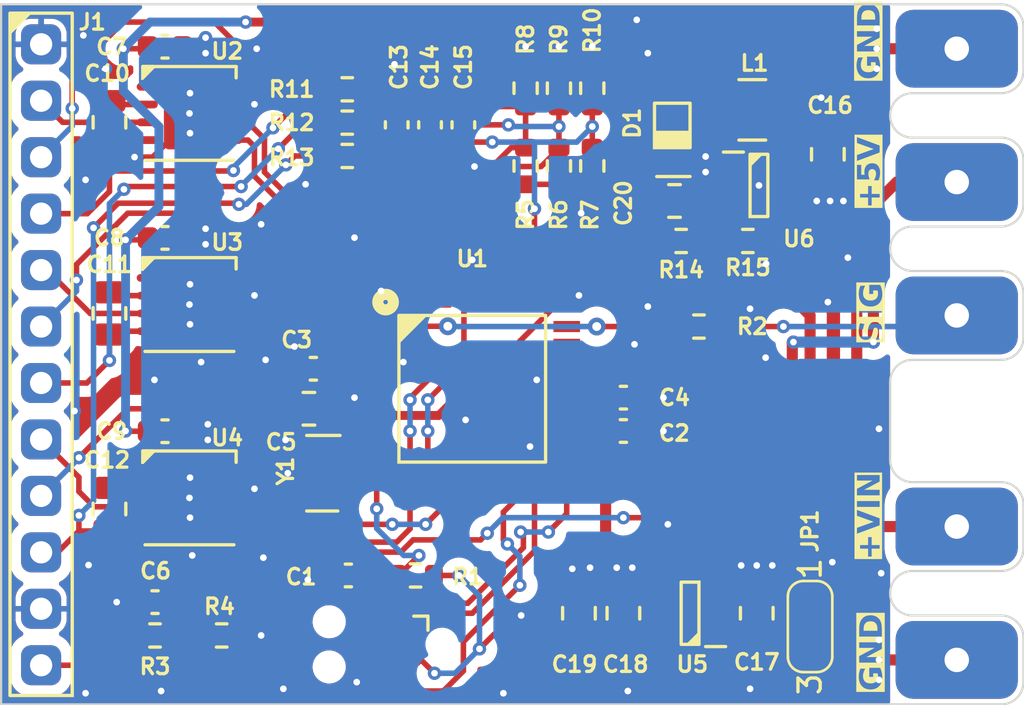
<source format=kicad_pcb>
(kicad_pcb (version 20221018) (generator pcbnew)
  (layers (0 "F.Cu" signal) (31 "B.Cu" signal) (34 "B.Paste" user) (35 "F.Paste" user) (36 "B.SilkS" user "B.Silkscreen") (37 "F.SilkS" user "F.Silkscreen") (38 "B.Mask" user) (39 "F.Mask" user) (44 "Edge.Cuts" user))
  (net 0 "")
  (net 1 "/MCU/ICSP_NRST")
  (net 2 "GND")
  (net 3 "+5V")
  (net 4 "/MCU/VBATT_AIN")
  (net 5 "+12V")
  (net 6 "Net-(U2-HBOOT)")
  (net 7 "/Drivers/PHASE_A")
  (net 8 "Net-(U3-HBOOT)")
  (net 9 "/Drivers/PHASE_B")
  (net 10 "Net-(U4-HBOOT)")
  (net 11 "/Drivers/PHASE_C")
  (net 12 "/MCU/SENSE_A")
  (net 13 "/MCU/SENSE_B")
  (net 14 "/MCU/SENSE_C")
  (net 15 "/Power/BATT_2S")
  (net 16 "Net-(JP1-C)")
  (net 17 "Net-(U6-SW)")
  (net 18 "/Drivers/GATE_AH")
  (net 19 "/Drivers/GATE_AL")
  (net 20 "/Drivers/GATE_BH")
  (net 21 "/Drivers/GATE_BL")
  (net 22 "/Drivers/GATE_CH")
  (net 23 "/Drivers/GATE_CL")
  (net 24 "/MCU/VBATT")
  (net 25 "/MCU/RC_IN")
  (net 26 "Net-(U1-PD2)")
  (net 27 "/MCU/SENSE_COM")
  (net 28 "Net-(U6-FB)")
  (net 29 "/Drivers/PWM_BL")
  (net 30 "/Drivers/PWM_BH")
  (net 31 "Net-(U1-PB7{slash}XTAL1)")
  (net 32 "Net-(U1-PB7{slash}XTAL2)")
  (net 33 "/Drivers/PWM_CH")
  (net 34 "/Drivers/PWM_CL")
  (net 38 "/MCU/ICSP_MOSI")
  (net 39 "/MCU/ICSP_MISO")
  (net 40 "/MCU/ICSP_SCK")
  (net 45 "/Drivers/PWM_AL")
  (net 46 "/Drivers/PWM_AH")
  (footprint "N_NonPart:Finger_4x6_M1" (layer "F.Cu") (at 132.2 93.5)
    (fp_text reference "N2" hide)
    (fp_text value "Finger_4x6_M1" hide)
  )
  (footprint "C_Capacitor:C_0603" (layer "F.Cu") (at 107 90.925 -90)
    (fp_text reference "C13")
    (fp_text value "1n,100v" hide)
  )
  (footprint "C_Capacitor:C_0805" (layer "F.Cu") (at 94.075 90.81 -90)
    (fp_text reference "C10")
    (fp_text value "470n,100v" hide)
  )
  (footprint "C_Capacitor:C_0603" (layer "F.Cu") (at 96.125 112.4 180)
    (fp_text reference "C6")
    (fp_text value "100n" hide)
  )
  (footprint "N_NonPart:Finger_4x6_M1" (layer "F.Cu") (at 132.2 109)
    (fp_text reference "N4" hide)
    (fp_text value "Finger_4x6_M1" hide)
  )
  (footprint "D_Diode:D_SOD_123" (layer "F.Cu") (at 119.4 90.95 90)
    (fp_text reference "D1")
    (fp_text value "DSS110U" hide)
  )
  (footprint "C_Capacitor:C_0603" (layer "F.Cu") (at 104.825 111.2 180)
    (fp_text reference "C1")
    (fp_text value "100n" hide)
  )
  (footprint "C_Capacitor:C_0603" (layer "F.Cu") (at 117.2 103.2)
    (fp_text reference "C4")
    (fp_text value "100n" hide)
  )
  (footprint "C_Capacitor:C_0805" (layer "F.Cu") (at 123.2 112.9 -90)
    (fp_text reference "C17")
    (fp_text value "10u" hide)
  )
  (footprint "C_Capacitor:C_0805" (layer "F.Cu") (at 117.2 112.9 -90)
    (fp_text reference "C18")
    (fp_text value "10u" hide)
  )
  (footprint "N_NonPart:TagConnect_TC2030_NL" (layer "F.Cu") (at 106.5 114.3 180)
    (fp_text reference "N6" hide)
    (fp_text value "TC2030_NL_SWD" hide)
  )
  (footprint "R_Resistor:R_0603" (layer "F.Cu") (at 115.8 92.775 -90)
    (fp_text reference "R7")
    (fp_text value "47K" hide)
  )
  (footprint "R_Resistor:R_0603" (layer "F.Cu") (at 107.85 111.2 180)
    (fp_text reference "R1")
    (fp_text value "10K" hide)
  )
  (footprint "J_Connector:Pins-2.54-1x12" (layer "F.Cu") (at 91 87.3)
    (fp_text reference "J1")
    (fp_text value "Pins_2.54_1x12" hide)
  )
  (footprint "U_IC:DFN8_08_4x4_EP" (layer "F.Cu") (at 97.675 90.41)
    (fp_text reference "U2")
    (fp_text value "2EDL8024GXUMA1" hide)
  )
  (footprint "C_Capacitor:C_0805" (layer "F.Cu") (at 115.2 112.9 -90)
    (fp_text reference "C19")
    (fp_text value "10u" hide)
  )
  (footprint "U_IC:DFN8_08_4x4_EP" (layer "F.Cu") (at 97.675 99.01)
    (fp_text reference "U3")
    (fp_text value "2EDL8024GXUMA1" hide)
  )
  (footprint "R_Resistor:R_0603" (layer "F.Cu") (at 104.775 90.825 180)
    (fp_text reference "R12")
    (fp_text value "47K" hide)
  )
  (footprint "R_Resistor:R_0603" (layer "F.Cu") (at 114.3 89.275 90)
    (fp_text reference "R9")
    (fp_text value "2K2" hide)
  )
  (footprint "C_Capacitor:C_0603" (layer "F.Cu") (at 96.575 96.01)
    (fp_text reference "C8")
    (fp_text value "100n" hide)
  )
  (footprint "C_Capacitor:C_0603" (layer "F.Cu") (at 117.2 104.7)
    (fp_text reference "C2")
    (fp_text value "100n" hide)
  )
  (footprint "C_Capacitor:C_0603" (layer "F.Cu") (at 96.575 104.71)
    (fp_text reference "C9")
    (fp_text value "100n" hide)
  )
  (footprint "C_Capacitor:C_0603" (layer "F.Cu") (at 108.5 90.925 -90)
    (fp_text reference "C14")
    (fp_text value "1n,100v" hide)
  )
  (footprint "C_Capacitor:C_0805" (layer "F.Cu") (at 126.4 92.25 90)
    (fp_text reference "C16")
    (fp_text value "10u" hide)
  )
  (footprint "N_NonPart:Finger_4x6_M1" (layer "F.Cu") (at 132.2 99.5)
    (fp_text reference "N1" hide)
    (fp_text value "Finger_4x6_M1" hide)
  )
  (footprint "R_Resistor:R_0603" (layer "F.Cu") (at 99.125 113.9)
    (fp_text reference "R4")
    (fp_text value "2K" hide)
  )
  (footprint "U_IC:SOT23_5" (layer "F.Cu") (at 120.2 112.9 180)
    (fp_text reference "U5")
    (fp_text value "MCP1755T-3302E/OT" hide)
  )
  (footprint "C_Capacitor:C_0805" (layer "F.Cu") (at 103.05 103.7 180)
    (fp_text reference "C5")
    (fp_text value "10u" hide)
  )
  (footprint "R_Resistor:R_0603" (layer "F.Cu") (at 112.8 92.775 -90)
    (fp_text reference "R5")
    (fp_text value "47K" hide)
  )
  (footprint "R_Resistor:R_0603" (layer "F.Cu") (at 122.8 96.15)
    (fp_text reference "R15")
    (fp_text value "10K" hide)
  )
  (footprint "R_Resistor:R_0603" (layer "F.Cu") (at 119.8 96.15)
    (fp_text reference "R14")
    (fp_text value "91K" hide)
  )
  (footprint "U_IC:LQFP32_08_7x7" (layer "F.Cu") (at 110.4 102.8)
    (fp_text reference "U1")
    (fp_text value "ATMEGA8A-AN" hide)
  )
  (footprint "R_Resistor:R_0603" (layer "F.Cu") (at 114.3 92.775 -90)
    (fp_text reference "R6")
    (fp_text value "47K" hide)
  )
  (footprint "C_Capacitor:C_0805" (layer "F.Cu") (at 94.075 108.21 -90)
    (fp_text reference "C12")
    (fp_text value "470n,100v" hide)
  )
  (footprint "L_Inductor:L_1210" (layer "F.Cu") (at 123 90.25 180)
    (fp_text reference "L1")
    (fp_text value "NLCV32T-4R7M-PFR" hide)
  )
  (footprint "R_Resistor:R_0603" (layer "F.Cu") (at 104.775 89.325 180)
    (fp_text reference "R11")
    (fp_text value "47K" hide)
  )
  (footprint "U_IC:SOT23_5" (layer "F.Cu") (at 123.3 93.65)
    (fp_text reference "U6")
    (fp_text value "AP3015KTR-G1" hide)
  )
  (footprint "N_NonPart:Finger_4x6_M1" (layer "F.Cu") (at 132.2 87.5)
    (fp_text reference "N3" hide)
    (fp_text value "Finger_4x6_M1" hide)
  )
  (footprint "C_Capacitor:C_0805" (layer "F.Cu") (at 119.5 94.35)
    (fp_text reference "C20")
    (fp_text value "4u7,25v" hide)
  )
  (footprint "C_Capacitor:C_0603" (layer "F.Cu") (at 110 90.925 -90)
    (fp_text reference "C15")
    (fp_text value "1n,100v" hide)
  )
  (footprint "R_Resistor:R_0603" (layer "F.Cu") (at 120.6 100 180)
    (fp_text reference "R2")
    (fp_text value "2K" hide)
  )
  (footprint "N_NonPart:Finger_4x6_M1" (layer "F.Cu") (at 132.2 115)
    (fp_text reference "N5" hide)
    (fp_text value "Finger_4x6_M1" hide)
  )
  (footprint "U_IC:DFN8_08_4x4_EP" (layer "F.Cu") (at 97.675 107.71)
    (fp_text reference "U4")
    (fp_text value "2EDL8024GXUMA1" hide)
  )
  (footprint "R_Resistor:R_0603" (layer "F.Cu") (at 96.125 113.9)
    (fp_text reference "R3")
    (fp_text value "47K" hide)
  )
  (footprint "Jumper:SolderJumper-3_P1.3mm_Open_RoundedPad1.0x1.5mm_NumberLabels" (layer "F.Cu") (at 125.6 113.5 -90)
    (fp_text reference "JP1")
    (fp_text value "~" hide)
  )
  (footprint "C_Capacitor:C_0805" (layer "F.Cu") (at 94.075 99.41 -90)
    (fp_text reference "C11")
    (fp_text value "470n,100v" hide)
  )
  (footprint "C_Capacitor:C_0603" (layer "F.Cu") (at 96.575 87.41)
    (fp_text reference "C7")
    (fp_text value "100n" hide)
  )
  (footprint "R_Resistor:R_0603" (layer "F.Cu") (at 115.8 89.275 90)
    (fp_text reference "R10")
    (fp_text value "2K2" hide)
  )
  (footprint "C_Capacitor:C_0603" (layer "F.Cu") (at 103.25 101.9 180)
    (fp_text reference "C3")
    (fp_text value "100n" hide)
  )
  (footprint "R_Resistor:R_0603" (layer "F.Cu") (at 112.8 89.275 90)
    (fp_text reference "R8")
    (fp_text value "2K2" hide)
  )
  (footprint "R_Resistor:R_0603" (layer "F.Cu") (at 104.775 92.325 180)
    (fp_text reference "R13")
    (fp_text value "47K" hide)
  )
  (footprint "Y_Oscillator:Oscillator_SMD3_3.2x1.3" (layer "F.Cu") (at 103.65 106.6 -90)
    (fp_text reference "Y1")
    (fp_text value "CSTNE16M0V530000R0" hide)
  )
  (gr_line (start 134.2 101.5) (end 130.2 101.5) (stroke (width 0.1)) (layer "Edge.Cuts"))
  (gr_arc (start 134.2 113) (mid 134.907107 113.292893) (end 135.2 114) (stroke (width 0.1)) (layer "Edge.Cuts"))
  (gr_arc (start 135.2 88.5) (mid 134.907107 89.207106) (end 134.2 89.5) (stroke (width 0.1)) (layer "Edge.Cuts"))
  (gr_arc (start 135.2 94.5) (mid 134.907107 95.207107) (end 134.2 95.5) (stroke (width 0.1)) (layer "Edge.Cuts"))
  (gr_line (start 89.2 85.5) (end 129.2 85.5) (stroke (width 0.1)) (layer "Edge.Cuts"))
  (gr_arc (start 134.2 97.5) (mid 134.907107 97.792893) (end 135.2 98.5) (stroke (width 0.1)) (layer "Edge.Cuts"))
  (gr_arc (start 130.2 113) (mid 129.492894 112.707106) (end 129.2 112) (stroke (width 0.1)) (layer "Edge.Cuts"))
  (gr_arc (start 135.2 116) (mid 134.907107 116.707107) (end 134.2 117) (stroke (width 0.1)) (layer "Edge.Cuts"))
  (gr_line (start 129.2 117) (end 89.2 117) (stroke (width 0.1)) (layer "Edge.Cuts"))
  (gr_line (start 130.2 97.5) (end 134.2 97.5) (stroke (width 0.1)) (layer "Edge.Cuts"))
  (gr_line (start 134.2 95.5) (end 130.2 95.5) (stroke (width 0.1)) (layer "Edge.Cuts"))
  (gr_line (start 134.2 111) (end 130.2 111) (stroke (width 0.1)) (layer "Edge.Cuts"))
  (gr_arc (start 135.2 110) (mid 134.907107 110.707107) (end 134.2 111) (stroke (width 0.1)) (layer "Edge.Cuts"))
  (gr_arc (start 129.2 90.5) (mid 129.492893 89.792894) (end 130.2 89.5) (stroke (width 0.1)) (layer "Edge.Cuts"))
  (gr_line (start 134.2 89.5) (end 130.2 89.5) (stroke (width 0.1)) (layer "Edge.Cuts"))
  (gr_line (start 129.2 85.5) (end 134.2 85.5) (stroke (width 0.1)) (layer "Edge.Cuts"))
  (gr_line (start 135.2 92.5) (end 135.2 94.5) (stroke (width 0.1)) (layer "Edge.Cuts"))
  (gr_arc (start 130.2 91.5) (mid 129.492894 91.207107) (end 129.2 90.5) (stroke (width 0.1)) (layer "Edge.Cuts"))
  (gr_line (start 130.2 91.5) (end 134.2 91.5) (stroke (width 0.1)) (layer "Edge.Cuts"))
  (gr_arc (start 134.2 107) (mid 134.907107 107.292893) (end 135.2 108) (stroke (width 0.1)) (layer "Edge.Cuts"))
  (gr_line (start 135.2 108) (end 135.2 110) (stroke (width 0.1)) (layer "Edge.Cuts"))
  (gr_arc (start 129.2 96.5) (mid 129.492893 95.792894) (end 130.2 95.5) (stroke (width 0.1)) (layer "Edge.Cuts"))
  (gr_arc (start 129.2 112) (mid 129.492894 111.292894) (end 130.2 111) (stroke (width 0.1)) (layer "Edge.Cuts"))
  (gr_arc (start 130.2 107) (mid 129.492894 106.707107) (end 129.2 106) (stroke (width 0.1)) (layer "Edge.Cuts"))
  (gr_line (start 135.2 114) (end 135.2 116) (stroke (width 0.1)) (layer "Edge.Cuts"))
  (gr_arc (start 135.2 100.5) (mid 134.907107 101.207107) (end 134.2 101.5) (stroke (width 0.1)) (layer "Edge.Cuts"))
  (gr_arc (start 134.2 91.5) (mid 134.907107 91.792893) (end 135.2 92.5) (stroke (width 0.1)) (layer "Edge.Cuts"))
  (gr_line (start 134.2 117) (end 129.2 117) (stroke (width 0.1)) (layer "Edge.Cuts"))
  (gr_line (start 130.2 107) (end 134.2 107) (stroke (width 0.1)) (layer "Edge.Cuts"))
  (gr_line (start 135.2 86.5) (end 135.2 88.5) (stroke (width 0.1)) (layer "Edge.Cuts"))
  (gr_line (start 135.2 98.5) (end 135.2 100.5) (stroke (width 0.1)) (layer "Edge.Cuts"))
  (gr_arc (start 134.2 85.5) (mid 134.907106 85.792893) (end 135.2 86.5) (stroke (width 0.1)) (layer "Edge.Cuts"))
  (gr_arc (start 130.2 97.5) (mid 129.492894 97.207106) (end 129.2 96.5) (stroke (width 0.1)) (layer "Edge.Cuts"))
  (gr_arc (start 129.2 102.5) (mid 129.492894 101.792894) (end 130.2 101.5) (stroke (width 0.1)) (layer "Edge.Cuts"))
  (gr_line (start 89.2 85.5) (end 89.2 117) (stroke (width 0.1)) (layer "Edge.Cuts"))
  (gr_line (start 129.2 106) (end 129.2 102.5) (stroke (width 0.1)) (layer "Edge.Cuts"))
  (gr_line (start 130.2 113) (end 134.2 113) (stroke (width 0.1)) (layer "Edge.Cuts"))
  (gr_text "GND" (at 129 116.4 90) (layer "F.SilkS" knockout) (effects (font (size 1 1)) (justify left bottom)))
  (gr_text "+VIN" (at 128.9 110.5 90) (layer "F.SilkS" knockout) (effects (font (size 1 1)) (justify left bottom)))
  (gr_text "GND" (at 128.9 88.9 90) (layer "F.SilkS" knockout) (effects (font (size 1 1)) (justify left bottom)))
  (gr_text "+5V" (at 128.9 94.7 90) (layer "F.SilkS" knockout) (effects (font (size 1 1)) (justify left bottom)))
  (gr_text "SIG" (at 129 100.7 90) (layer "F.SilkS" knockout) (effects (font (size 1 1)) (justify left bottom)))
  (segment (start 107.600497 105.649503) (end 107.600497 104.7) (width 0.25) (layer "F.Cu") (net 1))
  (segment (start 107.1 111.2) (end 108 110.3) (width 0.25) (layer "F.Cu") (net 1))
  (segment (start 107.6 103.3) (end 107.6 103.216116) (width 0.25) (layer "F.Cu") (net 1))
  (segment (start 105.23 113.665) (end 105.6 113.295) (width 0.25) (layer "F.Cu") (net 1))
  (segment (start 105.6 113.295) (end 105.6 111.2) (width 0.25) (layer "F.Cu") (net 1))
  (segment (start 107.025 111.2) (end 105.6 111.2) (width 0.25) (layer "F.Cu") (net 1))
  (segment (start 107.6 103.216116) (end 110.025 100.791116) (width 0.25) (layer "F.Cu") (net 1))
  (segment (start 110.025 100.791116) (end 110.025 98.575) (width 0.25) (layer "F.Cu") (net 1))
  (segment (start 107.025 111.2) (end 107.1 111.2) (width 0.25) (layer "F.Cu") (net 1))
  (segment (start 110.025 98.575) (end 110 98.55) (width 0.25) (layer "F.Cu") (net 1))
  (segment (start 106.1 107.15) (end 107.600497 105.649503) (width 0.25) (layer "F.Cu") (net 1))
  (segment (start 106.1 108.2) (end 106.1 107.15) (width 0.25) (layer "F.Cu") (net 1))
  (via (at 108 110.3) (size 0.6) (drill 0.3) (layers "F.Cu" "B.Cu") (net 1))
  (via (at 107.600497 104.7) (size 0.6) (drill 0.3) (layers "F.Cu" "B.Cu") (net 1))
  (via (at 107.6 103.3) (size 0.6) (drill 0.3) (layers "F.Cu" "B.Cu") (net 1))
  (via (at 106.1 108.2) (size 0.6) (drill 0.3) (layers "F.Cu" "B.Cu") (net 1))
  (segment (start 106.1 109.083884) (end 106.1 108.2) (width 0.25) (layer "B.Cu") (net 1))
  (segment (start 107.316116 110.3) (end 106.1 109.083884) (width 0.25) (layer "B.Cu") (net 1))
  (segment (start 107.600497 103.300497) (end 107.6 103.3) (width 0.25) (layer "B.Cu") (net 1))
  (segment (start 107.600497 104.7) (end 107.600497 103.300497) (width 0.25) (layer "B.Cu") (net 1))
  (segment (start 108 110.3) (end 107.316116 110.3) (width 0.25) (layer "B.Cu") (net 1))
  (segment (start 100.59 107.31) (end 100.6 107.3) (width 0.25) (layer "F.Cu") (net 2))
  (segment (start 96.575 91.817107) (end 96.016607 92.3755) (width 0.25) (layer "F.Cu") (net 2))
  (segment (start 98.075 98.61) (end 97.675 99.01) (width 0.25) (layer "F.Cu") (net 2))
  (segment (start 106.15 101.6) (end 107.3 101.6) (width 0.25) (layer "F.Cu") (net 2))
  (segment (start 121.35 112.9) (end 122.25 112.9) (width 0.25) (layer "F.Cu") (net 2))
  (segment (start 120.45 94.35) (end 120.9 93.9) (width 0.4) (layer "F.Cu") (net 2))
  (segment (start 123.625 97.175) (end 123.625 96.15) (width 0.25) (layer "F.Cu") (net 2))
  (segment (start 99.575 90.01) (end 100.59 90.01) (width 0.25) (layer "F.Cu") (net 2))
  (segment (start 99.575 107.31) (end 98.075 107.31) (width 0.25) (layer "F.Cu") (net 2))
  (segment (start 99.575 98.61) (end 100.59 98.61) (width 0.25) (layer "F.Cu") (net 2))
  (segment (start 99.575 90.01) (end 98.075 90.01) (width 0.25) (layer "F.Cu") (net 2))
  (segment (start 98.075 107.31) (end 97.675 107.71) (width 0.25) (layer "F.Cu") (net 2))
  (segment (start 120.95 93.65) (end 122.15 93.65) (width 0.4) (layer "F.Cu") (net 2))
  (segment (start 132.2 87.5) (end 128.6 87.5) (width 0.5) (layer "F.Cu") (net 2))
  (segment (start 98.075 90.01) (end 97.675 90.41) (width 0.25) (layer "F.Cu") (net 2))
  (segment (start 105.23 115.97) (end 105.2 116) (width 0.25) (layer "F.Cu") (net 2))
  (segment (start 99.575 98.61) (end 98.075 98.61) (width 0.25) (layer "F.Cu") (net 2))
  (segment (start 114.65 102.4) (end 113.3 102.4) (width 0.25) (layer "F.Cu") (net 2))
  (segment (start 122.25 112.9) (end 123.2 111.95) (width 0.25) (layer "F.Cu") (net 2))
  (segment (start 96.016607 92.3755) (end 95.20434 92.3755) (width 0.25) (layer "F.Cu") (net 2))
  (segment (start 106.15 103.2) (end 105.1 103.2) (width 0.25) (layer "F.Cu") (net 2))
  (segment (start 122.15 93.65) (end 123.3 93.65) (width 0.25) (layer "F.Cu") (net 2))
  (segment (start 103.65 106.6) (end 102.1 106.6) (width 0.25) (layer "F.Cu") (net 2))
  (segment (start 100.59 90.01) (end 100.6 90) (width 0.25) (layer "F.Cu") (net 2))
  (segment (start 105.23 114.935) (end 105.23 115.97) (width 0.25) (layer "F.Cu") (net 2))
  (segment (start 99.575 107.31) (end 100.59 107.31) (width 0.25) (layer "F.Cu") (net 2))
  (segment (start 128.7 115) (end 132.3 115) (width 0.5) (layer "F.Cu") (net 2))
  (segment (start 100.59 98.61) (end 100.6 98.6) (width 0.25) (layer "F.Cu") (net 2))
  (segment (start 120.9 93.9) (end 120.9 92.35) (width 0.4) (layer "F.Cu") (net 2))
  (via (at 93.134399 110.732194) (size 0.6) (drill 0.3) (layers "F.Cu" "B.Cu") (net 2))
  (via (at 119 104.7) (size 0.6) (drill 0.3) (layers "F.Cu" "B.Cu") (net 2))
  (via (at 113 105.4) (size 0.6) (drill 0.3) (layers "F.Cu" "B.Cu") (net 2))
  (via (at 102.4 100.9) (size 0.6) (drill 0.3) (layers "F.Cu" "B.Cu") (net 2))
  (via (at 94.4 112.4) (size 0.6) (drill 0.3) (layers "F.Cu" "B.Cu") (net 2))
  (via (at 100.7 87.5) (size 0.6) (drill 0.3) (layers "F.Cu" "B.Cu") (net 2))
  (via (at 100.6 107.3) (size 0.6) (drill 0.3) (layers "F.Cu" "B.Cu") (net 2))
  (via (at 122.5 110.75) (size 0.6) (drill 0.3) (layers "F.Cu" "B.Cu") (net 2))
  (via (at 127.1 94.35) (size 0.6) (drill 0.3) (layers "F.Cu" "B.Cu") (net 2))
  (via (at 115.8 87.4) (size 0.6) (drill 0.3) (layers "F.Cu" "B.Cu") (net 2))
  (via (at 123.3 93.65) (size 0.6) (drill 0.3) (layers "F.Cu" "B.Cu") (net 2))
  (via (at 117.7 100.8) (size 0.6) (drill 0.3) (layers "F.Cu" "B.Cu") (net 2))
  (via (at 92.5 103.8) (size 0.6) (drill 0.3) (layers "F.Cu" "B.Cu") (net 2))
  (via (at 125.9 94.35) (size 0.6) (drill 0.3) (layers "F.Cu" "B.Cu") (net 2))
  (via (at 114.9 110.9) (size 0.6) (drill 0.3) (layers "F.Cu" "B.Cu") (net 2))
  (via (at 98.5 105.1) (size 0.6) (drill 0.3) (layers "F.Cu" "B.Cu") (net 2))
  (via (at 97.675 90.41) (size 0.6) (drill 0.3) (layers "F.Cu" "B.Cu") (net 2))
  (via (at 128.6 86.6) (size 0.6) (drill 0.3) (layers "F.Cu" "B.Cu") (net 2))
  (via (at 97.7 99.9) (size 0.6) (drill 0.3) (layers "F.Cu" "B.Cu") (net 2))
  (via (at 126.1 89.7) (size 0.6) (drill 0.3) (layers "F.Cu" "B.Cu") (net 2))
  (via (at 100.9 95.4) (size 0.6) (drill 0.3) (layers "F.Cu" "B.Cu") (net 2))
  (via (at 102.1 106.6) (size 0.6) (drill 0.3) (layers "F.Cu" "B.Cu") (net 2))
  (via (at 100.6 98.6) (size 0.6) (drill 0.3) (layers "F.Cu" "B.Cu") (net 2))
  (via (at 123.9 110.75) (size 0.6) (drill 0.3) (layers "F.Cu" "B.Cu") (net 2))
  (via (at 100.9 113.9) (size 0.6) (drill 0.3) (layers "F.Cu" "B.Cu") (net 2))
  (via (at 119.2 108.9) (size 0.6) (drill 0.3) (layers "F.Cu" "B.Cu") (net 2))
  (via (at 123.6 101.4) (size 0.6) (drill 0.3) (layers "F.Cu" "B.Cu") (net 2))
  (via (at 98.4 87.7) (size 0.6) (drill 0.3) (layers "F.Cu" "B.Cu") (net 2))
  (via (at 116.9 110.85) (size 0.6) (drill 0.3) (layers "F.Cu" "B.Cu") (net 2))
  (via (at 98.4 96.3) (size 0.6) (drill 0.3) (layers "F.Cu" "B.Cu") (net 2))
  (via (at 117.4 116.4) (size 0.6) (drill 0.3) (layers "F.Cu" "B.Cu") (net 2))
  (via (at 113.3 102.4) (size 0.6) (drill 0.3) (layers "F.Cu" "B.Cu") (net 2))
  (via (at 118.3 99.1) (size 0.6) (drill 0.3) (layers "F.Cu" "B.Cu") (net 2))
  (via (at 122.9 99.2) (size 0.6) (drill 0.3) (layers "F.Cu" "B.Cu") (net 2))
  (via (at 103 111.4) (size 0.6) (drill 0.3) (layers "F.Cu" "B.Cu") (net 2))
  (via (at 93 116.5) (size 0.6) (drill 0.3) (layers "F.Cu" "B.Cu") (net 2))
  (via (at 101 110.4) (size 0.6) (drill 0.3) (layers "F.Cu" "B.Cu") (net 2))
  (via (at 106.3 98.4) (size 0.6) (drill 0.3) (layers "F.Cu" "B.Cu") (net 2))
  (via (at 97.675 99.01) (size 0.6) (drill 0.3) (layers "F.Cu" "B.Cu") (net 2))
  (via (at 102.9 93.6) (size 0.6) (drill 0.3) (layers "F.Cu" "B.Cu") (net 2))
  (via (at 115.7 110.85) (size 0.6) (drill 0.3) (layers "F.Cu" "B.Cu") (net 2))
  (via (at 100.6 90) (size 0.6) (drill 0.3) (layers "F.Cu" "B.Cu") (net 2))
  (via (at 128.7 115.9) (size 0.6) (drill 0.3) (layers "F.Cu" "B.Cu") (net 2))
  (via (at 119 103.2) (size 0.6) (drill 0.3) (layers "F.Cu" "B.Cu") (net 2))
  (via (at 97.7 91.3) (size 0.6) (drill 0.3) (layers "F.Cu" "B.Cu") (net 2))
  (via (at 101.9 116.3) (size 0.6) (drill 0.3) (layers "F.Cu" "B.Cu") (net 2))
  (via (at 98.5 104.4) (size 0.6) (drill 0.3) (layers "F.Cu" "B.Cu") (net 2))
  (via (at 128.8 111.1) (size 0.6) (drill 0.3) (layers "F.Cu" "B.Cu") (net 2))
  (via (at 92.9 86.9) (size 0.6) (drill 0.3) (layers "F.Cu" "B.Cu") (net 2))
  (via (at 105.1 96) (size 0.6) (drill 0.3) (layers "F.Cu" "B.Cu") (net 2))
  (via (at 128.7 104.6) (size 0.6) (drill 0.3) (layers "F.Cu" "B.Cu") (net 2))
  (via (at 98.2 101.6) (size 0.6) (drill 0.3) (layers "F.Cu" "B.Cu") (net 2))
  (via (at 117.6 110.85) (size 0.6) (drill 0.3) (layers "F.Cu" "B.Cu") (net 2))
  (via (at 128.6 88.4) (size 0.6) (drill 0.3) (layers "F.Cu" "B.Cu") (net 2))
  (via (at 114.3 87.4) (size 0.6) (drill 0.3) (layers "F.Cu" "B.Cu") (net 2))
  (via (at 106.9 88.2) (size 0.6) (drill 0.3) (layers "F.Cu" "B.Cu") (net 2))
  (via (at 110.1 104.2) (size 0.6) (drill 0.3) (layers "F.Cu" "B.Cu") (net 2))
  (via (at 105.1 103.2) (size 0.6) (drill 0.3) (layers "F.Cu" "B.Cu") (net 2))
  (via (at 93.9 88.4) (size 0.6) (drill 0.3) (layers "F.Cu" "B.Cu") (net 2))
  (via (at 98.4 87) (size 0.6) (drill 0.3) (layers "F.Cu" "B.Cu") (net 2))
  (via (at 105.2 116) (size 0.6) (drill 0.3) (layers "F.Cu" "B.Cu") (net 2))
  (via (at 117.8 86.2) (size 0.6) (drill 0.3) (layers "F.Cu" "B.Cu") (net 2))
  (via (at 120.9 92.35) (size 0.6) (drill 0.3) (layers "F.Cu" "B.Cu") (net 2))
  (via (at 102 105.1) (size 0.6) (drill 0.3) (layers "F.Cu" "B.Cu") (net 2))
  (via (at 112.8 87.4) (size 0.6) (drill 0.3) (layers "F.Cu" "B.Cu") (net 2))
  (via (at 123.2 110.75) (size 0.6) (drill 0.3) (layers "F.Cu" "B.Cu") (net 2))
  (via (at 97.7 89.5) (size 0.6) (drill 0.3) (layers "F.Cu" "B.Cu") (net 2))
  (via (at 123.625 97.175) (size 0.6) (drill 0.3) (layers "F.Cu" "B.Cu") (net 2))
  (via (at 120.9 93.05) (size 0.6) (drill 0.3) (layers "F.Cu" "B.Cu") (net 2))
  (via (at 97.7 98.1) (size 0.6) (drill 0.3) (layers "F.Cu" "B.Cu") (net 2))
  (via (at 126.6 110.6) (size 0.6) (drill 0.3) (layers "F.Cu" "B.Cu") (net 2))
  (via (at 126.4 98.9) (size 0.6) (drill 0.3) (layers "F.Cu" "B.Cu") (net 2))
  (via (at 127.3 96.9) (size 0.6) (drill 0.3) (layers "F.Cu" "B.Cu") (net 2))
  (via (at 93 93.4) (size 0.6) (drill 0.3) (layers "F.Cu" "B.Cu") (net 2))
  (via (at 97.675 107.71) (size 0.6) (drill 0.3) (layers "F.Cu" "B.Cu") (net 2))
  (via (at 96.1 102.4) (size 0.6) (drill 0.3) (layers "F.Cu" "B.Cu") (net 2))
  (via (at 95.20434 92.3755) (size 0.6) (drill 0.3) (layers "F.Cu" "B.Cu") (net 2))
  (via (at 97.7 106.8) (size 0.6) (drill 0.3) (layers "F.Cu" "B.Cu") (net 2))
  (via (at 97.7 108.6) (size 0.6) (drill 0.3) (layers "F.Cu" "B.Cu") (net 2))
  (via (at 118.3 87.7) (size 0.6) (drill 0.3) (layers "F.Cu" "B.Cu") (net 2))
  (via (at 128.6 87.5) (size 0.6) (drill 0.3) (layers "F.Cu" "B.Cu") (net 2))
  (via (at 128.7 114.1) (size 0.6) (drill 0.3) (layers "F.Cu" "B.Cu") (net 2))
  (via (at 97.8 110.3) (size 0.6) (drill 0.3) (layers "F.Cu" "B.Cu") (net 2))
  (via (at 128.7 115) (size 0.6) (drill 0.3) (layers "F.Cu" "B.Cu") (net 2))
  (via (at 96.4 116.4) (size 0.6) (drill 0.3) (layers "F.Cu" "B.Cu") (net 2))
  (via (at 110.5 92.8) (size 0.6) (drill 0.3) (layers "F.Cu" "B.Cu") (net 2))
  (via (at 101.1 101.5) (size 0.6) (drill 0.3) (layers "F.Cu" "B.Cu") (net 2))
  (via (at 110.4 97) (size 0.6) (drill 0.3) (layers "F.Cu" "B.Cu") (net 2))
  (via (at 115.3 94.9) (size 0.6) (drill 0.3) (layers "F.Cu" "B.Cu") (net 2))
  (via (at 122.9 116.3) (size 0.6) (drill 0.3) (layers "F.Cu" "B.Cu") (net 2))
  (via (at 107.3 101.6) (size 0.6) (drill 0.3) (layers "F.Cu" "B.Cu") (net 2))
  (via (at 98.4 95.6) (size 0.6) (drill 0.3) (layers "F.Cu" "B.Cu") (net 2))
  (via (at 126.5 94.35) (size 0.6) (drill 0.3) (layers "F.Cu" "B.Cu") (net 2))
  (via (at 112.6 113) (size 0.6) (drill 0.3) (layers "F.Cu" "B.Cu") (net 2))
  (via (at 111.8 116.5) (size 0.6) (drill 0.3) (layers "F.Cu" "B.Cu") (net 2))
  (via (at 115.2 98.6) (size 0.6) (drill 0.3) (layers "F.Cu" "B.Cu") (net 2))
  (segment (start 95.20434 92.3755) (end 94.0245 92.3755) (width 0.25) (layer "B.Cu") (net 2))
  (segment (start 94.0245 92.3755) (end 93 93.4) (width 0.25) (layer "B.Cu") (net 2))
  (segment (start 114.9 109.8) (end 122.3 109.8) (width 0.5) (layer "F.Cu") (net 3))
  (segment (start 109.7 103.2) (end 108.9 104) (width 0.4) (layer "F.Cu") (net 3))
  (segment (start 115.2 113.85) (end 113.85 113.85) (width 0.5) (layer "F.Cu") (net 3))
  (segment (start 122.3 109.8) (end 124.8 107.3) (width 0.5) (layer "F.Cu") (net 3))
  (segment (start 128.4495 94.5505) (end 129.5 93.5) (width 0.5) (layer "F.Cu") (net 3))
  (segment (start 108.9 104) (end 106.15 104) (width 0.4) (layer "F.Cu") (net 3))
  (segment (start 111.378388 113.85) (end 115.2 113.85) (width 0.25) (layer "F.Cu") (net 3))
  (segment (start 104.7 101.9) (end 104.025 101.9) (width 0.4) (layer "F.Cu") (net 3))
  (segment (start 113.85 113.85) (end 113.8 113.8) (width 0.5) (layer "F.Cu") (net 3))
  (segment (start 109.8 111.2) (end 108.675 111.2) (width 0.25) (layer "F.Cu") (net 3))
  (segment (start 106.15 102.4) (end 105.2 102.4) (width 0.4) (layer "F.Cu") (net 3))
  (segment (start 124.8 107.3) (end 124.8 100.7505) (width 0.5) (layer "F.Cu") (net 3))
  (segment (start 114.65 103.2) (end 116.425 103.2) (width 0.4) (layer "F.Cu") (net 3))
  (segment (start 116.425 104.7) (end 116.325 104.8) (width 0.4) (layer "F.Cu") (net 3))
  (segment (start 108.035 114.935) (end 108.7 115.6) (width 0.25) (layer "F.Cu") (net 3))
  (segment (start 107.77 114.935) (end 108.035 114.935) (width 0.25) (layer "F.Cu") (net 3))
  (segment (start 128.4495 100.7) (end 128.4495 94.5505) (width 0.5) (layer "F.Cu") (net 3))
  (segment (start 116.4 104.725) (end 116.4 109.8) (width 0.5) (layer "F.Cu") (net 3))
  (segment (start 106.15 104) (end 104.3 104) (width 0.4) (layer "F.Cu") (net 3))
  (segment (start 104 101.925) (end 104.025 101.9) (width 0.25) (layer "F.Cu") (net 3))
  (segment (start 124.8 100.7505) (end 124.8505 100.7) (width 0.5) (layer "F.Cu") (net 3))
  (segment (start 115.2 113.85) (end 119.05 113.85) (width 0.5) (layer "F.Cu") (net 3))
  (segment (start 116.425 103.2) (end 116.425 104.7) (width 0.4) (layer "F.Cu") (net 3))
  (segment (start 104.3 104) (end 104 103.7) (width 0.25) (layer "F.Cu") (net 3))
  (segment (start 110.7245 114.503888) (end 111.378388 113.85) (width 0.25) (layer "F.Cu") (net 3))
  (segment (start 113.8 113.8) (end 113.8 110.9) (width 0.5) (layer "F.Cu") (net 3))
  (segment (start 113.8 110.9) (end 114.9 109.8) (width 0.5) (layer "F.Cu") (net 3))
  (segment (start 105.2 102.4) (end 104.7 101.9) (width 0.4) (layer "F.Cu") (net 3))
  (segment (start 129.5 93.5) (end 132.2 93.5) (width 0.5) (layer "F.Cu") (net 3))
  (segment (start 114.65 103.2) (end 109.7 103.2) (width 0.4) (layer "F.Cu") (net 3))
  (segment (start 104 103.7) (end 104 101.925) (width 0.4) (layer "F.Cu") (net 3))
  (segment (start 116.325 104.8) (end 114.65 104.8) (width 0.4) (layer "F.Cu") (net 3))
  (segment (start 116.425 104.7) (end 116.4 104.725) (width 0.5) (layer "F.Cu") (net 3))
  (via (at 110.7245 114.503888) (size 0.6) (drill 0.3) (layers "F.Cu" "B.Cu") (net 3))
  (via (at 109.8 111.2) (size 0.6) (drill 0.3) (layers "F.Cu" "B.Cu") (net 3))
  (via (at 124.8505 100.7) (size 0.6) (drill 0.3) (layers "F.Cu" "B.Cu") (net 3))
  (via (at 108.7 115.6) (size 0.6) (drill 0.3) (layers "F.Cu" "B.Cu") (net 3))
  (via (at 128.4495 100.7) (size 0.6) (drill 0.3) (layers "F.Cu" "B.Cu") (net 3))
  (segment (start 110.7245 114.503888) (end 110.7245 112.1245) (width 0.25) (layer "B.Cu") (net 3))
  (segment (start 109.628388 115.6) (end 108.7 115.6) (width 0.25) (layer "B.Cu") (net 3))
  (segment (start 110.7245 112.1245) (end 109.8 111.2) (width 0.25) (layer "B.Cu") (net 3))
  (segment (start 110.7245 114.503888) (end 109.628388 115.6) (width 0.25) (layer "B.Cu") (net 3))
  (segment (start 124.8505 100.7) (end 128.4495 100.7) (width 0.5) (layer "B.Cu") (net 3))
  (segment (start 107.736396 109.6) (end 107.186396 110.15) (width 0.25) (layer "F.Cu") (net 4))
  (segment (start 96.95 113.9) (end 98.3 113.9) (width 0.25) (layer "F.Cu") (net 4))
  (segment (start 118.1 108.6) (end 119.7 107) (width 0.25) (layer "F.Cu") (net 4))
  (segment (start 119.7 102.7) (end 118.6 101.6) (width 0.25) (layer "F.Cu") (net 4))
  (segment (start 107.186396 110.15) (end 102.95 110.15) (width 0.25) (layer "F.Cu") (net 4))
  (segment (start 118.6 101.6) (end 114.65 101.6) (width 0.25) (layer "F.Cu") (net 4))
  (segment (start 117.2 108.6) (end 118.1 108.6) (width 0.25) (layer "F.Cu") (net 4))
  (segment (start 96.9 113.85) (end 96.95 113.9) (width 0.25) (layer "F.Cu") (net 4))
  (segment (start 96.9 112.4) (end 96.9 113.85) (width 0.25) (layer "F.Cu") (net 4))
  (segment (start 110.7755 109.6) (end 107.736396 109.6) (width 0.25) (layer "F.Cu") (net 4))
  (segment (start 111.0755 109.3) (end 110.7755 109.6) (width 0.25) (layer "F.Cu") (net 4))
  (segment (start 100.7 112.4) (end 96.9 112.4) (width 0.25) (layer "F.Cu") (net 4))
  (segment (start 119.7 107) (end 119.7 102.7) (width 0.25) (layer "F.Cu") (net 4))
  (segment (start 102.95 110.15) (end 100.7 112.4) (width 0.25) (layer "F.Cu") (net 4))
  (via (at 111.0755 109.3) (size 0.6) (drill 0.3) (layers "F.Cu" "B.Cu") (net 4))
  (via (at 117.2 108.6) (size 0.6) (drill 0.3) (layers "F.Cu" "B.Cu") (net 4))
  (segment (start 111.7755 108.6) (end 111.0755 109.3) (width 0.25) (layer "B.Cu") (net 4))
  (segment (start 117.2 108.6) (end 111.7755 108.6) (width 0.25) (layer "B.Cu") (net 4))
  (segment (start 117 87.1) (end 117 93.6) (width 0.4) (layer "F.Cu") (net 5))
  (segment (start 100.2 86.3) (end 116.2 86.3) (width 0.4) (layer "F.Cu") (net 5))
  (segment (start 95.775 89.21) (end 95.775 87.435) (width 0.25) (layer "F.Cu") (net 5))
  (segment (start 117.75 94.35) (end 118.55 94.35) (width 0.4) (layer "F.Cu") (net 5))
  (segment (start 95.71 96.1) (end 95.8 96.01) (width 0.25) (layer "F.Cu") (net 5))
  (segment (start 119.4 92.6) (end 118.55 93.45) (width 0.5) (layer "F.Cu") (net 5))
  (segment (start 118.55 95.725) (end 118.975 96.15) (width 0.5) (layer "F.Cu") (net 5))
  (segment (start 95.775 106.51) (end 95.775 104.735) (width 0.25) (layer "F.Cu") (net 5))
  (segment (start 95.775 96.035) (end 95.8 96.01) (width 0.25) (layer "F.Cu") (net 5))
  (segment (start 121.125 98.3) (end 124.4 98.3) (width 0.5) (layer "F.Cu") (net 5))
  (segment (start 95.775 97.81) (end 95.775 96.035) (width 0.25) (layer "F.Cu") (net 5))
  (segment (start 118.55 93.45) (end 118.55 94.35) (width 0.5) (layer "F.Cu") (net 5))
  (segment (start 94.7 87.5) (end 95.71 87.5) (width 0.25) (layer "F.Cu") (net 5))
  (segment (start 117 93.6) (end 117.75 94.35) (width 0.4) (layer "F.Cu") (net 5))
  (segment (start 95.71 87.5) (end 95.8 87.41) (width 0.25) (layer "F.Cu") (net 5))
  (segment (start 94.81 104.71) (end 94.8 104.7) (width 0.25) (layer "F.Cu") (net 5))
  (segment (start 95.8 104.71) (end 94.81 104.71) (width 0.25) (layer "F.Cu") (net 5))
  (segment (start 118.55 94.35) (end 118.55 95.725) (width 0.5) (layer "F.Cu") (net 5))
  (segment (start 118.975 96.15) (end 121.125 98.3) (width 0.5) (layer "F.Cu") (net 5))
  (segment (start 116.2 86.3) (end 117 87.1) (width 0.4) (layer "F.Cu") (net 5))
  (segment (start 124.4 98.3) (end 125.6 99.5) (width 0.5) (layer "F.Cu") (net 5))
  (segment (start 95.775 87.435) (end 95.8 87.41) (width 0.25) (layer "F.Cu") (net 5))
  (segment (start 125.6 99.5) (end 125.6 112.2) (width 0.5) (layer "F.Cu") (net 5))
  (segment (start 95.775 104.735) (end 95.8 104.71) (width 0.25) (layer "F.Cu") (net 5))
  (segment (start 94.8 96.1) (end 95.71 96.1) (width 0.25) (layer "F.Cu") (net 5))
  (via (at 94.8 104.7) (size 0.6) (drill 0.3) (layers "F.Cu" "B.Cu") (net 5))
  (via (at 100.2 86.3) (size 0.6) (drill 0.3) (layers "F.Cu" "B.Cu") (net 5))
  (via (at 94.8 96.1) (size 0.6) (drill 0.3) (layers "F.Cu" "B.Cu") (net 5))
  (via (at 94.7 87.5) (size 0.6) (drill 0.3) (layers "F.Cu" "B.Cu") (net 5))
  (segment (start 94.7 89.4) (end 94.7 87.5) (width 0.4) (layer "B.Cu") (net 5))
  (segment (start 94.8 104.7) (end 94.8 96.1) (width 0.4) (layer "B.Cu") (net 5))
  (segment (start 94.7 87.5) (end 95.9 86.3) (width 0.4) (layer "B.Cu") (net 5))
  (segment (start 95.9 86.3) (end 100.2 86.3) (width 0.4) (layer "B.Cu") (net 5))
  (segment (start 94.8 96.1) (end 96.3 94.6) (width 0.4) (layer "B.Cu") (net 5))
  (segment (start 96.3 94.6) (end 96.3 91) (width 0.4) (layer "B.Cu") (net 5))
  (segment (start 96.3 91) (end 94.7 89.4) (width 0.4) (layer "B.Cu") (net 5))
  (segment (start 95.775 90.01) (end 94.225 90.01) (width 0.25) (layer "F.Cu") (net 6))
  (segment (start 94.225 90.01) (end 94.075 89.86) (width 0.25) (layer "F.Cu") (net 6))
  (segment (start 94.075 93.1) (end 94.075 92.7) (width 0.25) (layer "F.Cu") (net 7))
  (segment (start 93.08 94.92) (end 94.075 93.925) (width 0.25) (layer "F.Cu") (net 7))
  (segment (start 99.633143 93) (end 94.175 93) (width 0.25) (layer "F.Cu") (net 7))
  (segment (start 91 94.92) (end 93.08 94.92) (width 0.25) (layer "F.Cu") (net 7))
  (segment (start 99.653805 92.979338) (end 99.633143 93) (width 0.25) (layer "F.Cu") (net 7))
  (segment (start 101.432165 91.058988) (end 103.166153 89.325) (width 0.25) (layer "F.Cu") (net 7))
  (segment (start 94.075 93.925) (end 94.075 92.7) (width 0.25) (layer "F.Cu") (net 7))
  (segment (start 94.175 93) (end 94.075 93.1) (width 0.25) (layer "F.Cu") (net 7))
  (segment (start 95.775 91.61) (end 94.225 91.61) (width 0.25) (layer "F.Cu") (net 7))
  (segment (start 103.166153 89.325) (end 103.95 89.325) (width 0.25) (layer "F.Cu") (net 7))
  (segment (start 94.075 92.7) (end 94.075 91.76) (width 0.25) (layer "F.Cu") (net 7))
  (via (at 99.653805 92.979338) (size 0.6) (drill 0.3) (layers "F.Cu" "B.Cu") (net 7))
  (via (at 101.432165 91.058988) (size 0.6) (drill 0.3) (layers "F.Cu" "B.Cu") (net 7))
  (segment (start 99.653805 92.979338) (end 99.653805 92.837348) (width 0.25) (layer "B.Cu") (net 7))
  (segment (start 99.653805 92.837348) (end 101.432165 91.058988) (width 0.25) (layer "B.Cu") (net 7))
  (segment (start 94.225 98.61) (end 94.075 98.46) (width 0.25) (layer "F.Cu") (net 8))
  (segment (start 95.775 98.61) (end 94.225 98.61) (width 0.25) (layer "F.Cu") (net 8))
  (segment (start 101.6745 92) (end 102.8495 90.825) (width 0.25) (layer "F.Cu") (net 9))
  (segment (start 94.225 100.21) (end 94.075 100.36) (width 0.25) (layer "F.Cu") (net 9))
  (segment (start 94.075 101.4) (end 94.075 100.36) (width 0.25) (layer "F.Cu") (net 9))
  (segment (start 91 102.54) (end 93.06 102.54) (width 0.25) (layer "F.Cu") (net 9))
  (segment (start 94.851 93.7) (end 100 93.7) (width 0.25) (layer "F.Cu") (net 9))
  (segment (start 93.06 102.54) (end 94.075 101.525) (width 0.25) (layer "F.Cu") (net 9))
  (segment (start 94.7255 93.8255) (end 94.851 93.7) (width 0.25) (layer "F.Cu") (net 9))
  (segment (start 95.775 100.21) (end 94.225 100.21) (width 0.25) (layer "F.Cu") (net 9))
  (segment (start 94.075 101.525) (end 94.075 101.4) (width 0.25) (layer "F.Cu") (net 9))
  (segment (start 102.8495 90.825) (end 103.95 90.825) (width 0.25) (layer "F.Cu") (net 9))
  (via (at 100 93.7) (size 0.6) (drill 0.3) (layers "F.Cu" "B.Cu") (net 9))
  (via (at 94.7255 93.8255) (size 0.6) (drill 0.3) (layers "F.Cu" "B.Cu") (net 9))
  (via (at 94.075 101.525) (size 0.6) (drill 0.3) (layers "F.Cu" "B.Cu") (net 9))
  (via (at 101.6745 92) (size 0.6) (drill 0.3) (layers "F.Cu" "B.Cu") (net 9))
  (segment (start 100 93.6745) (end 101.6745 92) (width 0.25) (layer "B.Cu") (net 9))
  (segment (start 94.7255 93.8255) (end 94.075 94.476) (width 0.25) (layer "B.Cu") (net 9))
  (segment (start 100 93.7) (end 100 93.6745) (width 0.25) (layer "B.Cu") (net 9))
  (segment (start 94.075 94.476) (end 94.075 101.525) (width 0.25) (layer "B.Cu") (net 9))
  (segment (start 95.775 107.31) (end 94.125 107.31) (width 0.25) (layer "F.Cu") (net 10))
  (segment (start 91.74 110.16) (end 91 110.16) (width 0.25) (layer "F.Cu") (net 11))
  (segment (start 102.011605 92.724958) (end 102.411563 92.325) (width 0.25) (layer "F.Cu") (net 11))
  (segment (start 99.85 94.45) (end 99.9 94.5) (width 0.25) (layer "F.Cu") (net 11))
  (segment (start 92.7 109.2) (end 92.7 108.5) (width 0.25) (layer "F.Cu") (net 11))
  (segment (start 102.411563 92.325) (end 103.95 92.325) (width 0.25) (layer "F.Cu") (net 11))
  (segment (start 94.466822 94.45) (end 99.85 94.45) (width 0.25) (layer "F.Cu") (net 11))
  (segment (start 93.358411 95.558411) (end 94.466822 94.45) (width 0.25) (layer "F.Cu") (net 11))
  (segment (start 92.7 109.2) (end 94.035 109.2) (width 0.25) (layer "F.Cu") (net 11))
  (segment (start 95.775 108.91) (end 94.325 108.91) (width 0.25) (layer "F.Cu") (net 11))
  (segment (start 92.7 109.2) (end 91.74 110.16) (width 0.25) (layer "F.Cu") (net 11))
  (via (at 93.358411 95.558411) (size 0.6) (drill 0.3) (layers "F.Cu" "B.Cu") (net 11))
  (via (at 99.9 94.5) (size 0.6) (drill 0.3) (layers "F.Cu" "B.Cu") (net 11))
  (via (at 102.011605 92.724958) (size 0.6) (drill 0.3) (layers "F.Cu" "B.Cu") (net 11))
  (via (at 92.7 108.5) (size 0.6) (drill 0.3) (layers "F.Cu" "B.Cu") (net 11))
  (segment (start 93.358411 107.841589) (end 93.358411 95.558411) (width 0.25) (layer "B.Cu") (net 11))
  (segment (start 100.236563 94.5) (end 102.011605 92.724958) (width 0.25) (layer "B.Cu") (net 11))
  (segment (start 92.7 108.5) (end 93.358411 107.841589) (width 0.25) (layer "B.Cu") (net 11))
  (segment (start 99.9 94.5) (end 100.236563 94.5) (width 0.25) (layer "B.Cu") (net 11))
  (segment (start 112.8 90.1) (end 112.8 91.95) (width 0.25) (layer "F.Cu") (net 12))
  (segment (start 111.2 92.9) (end 112.15 91.95) (width 0.25) (layer "F.Cu") (net 12))
  (segment (start 111.6 95.5) (end 111.2 95.1) (width 0.25) (layer "F.Cu") (net 12))
  (segment (start 107 90.15) (end 107 89.35) (width 0.25) (layer "F.Cu") (net 12))
  (segment (start 107.025 89.325) (end 109.175 89.325) (width 0.25) (layer "F.Cu") (net 12))
  (segment (start 109.175 89.325) (end 110 90.15) (width 0.25) (layer "F.Cu") (net 12))
  (segment (start 112.8 90.1) (end 109.65 90.1) (width 0.25) (layer "F.Cu") (net 12))
  (segment (start 112.15 91.95) (end 112.8 91.95) (width 0.25) (layer "F.Cu") (net 12))
  (segment (start 107 89.35) (end 107.025 89.325) (width 0.25) (layer "F.Cu") (net 12))
  (segment (start 111.6 98.55) (end 111.6 95.5) (width 0.25) (layer "F.Cu") (net 12))
  (segment (start 105.6 89.325) (end 107.025 89.325) (width 0.25) (layer "F.Cu") (net 12))
  (segment (start 111.2 95.1) (end 111.2 92.9) (width 0.25) (layer "F.Cu") (net 12))
  (segment (start 105.6 90.825) (end 106.125 90.825) (width 0.25) (layer "F.Cu") (net 13))
  (segment (start 114.3 90.85) (end 114.3 91.95) (width 0.25) (layer "F.Cu") (net 13))
  (segment (start 111.7 94.8) (end 112.4 95.5) (width 0.25) (layer "F.Cu") (net 13))
  (segment (start 112.4 95.5) (end 112.4 98.55) (width 0.25) (layer "F.Cu") (net 13))
  (segment (start 106.125 90.825) (end 107 91.7) (width 0.25) (layer "F.Cu") (net 13))
  (segment (start 114.3 92) (end 113.5 92.8) (width 0.25) (layer "F.Cu") (net 13))
  (segment (start 112.1 92.8) (end 111.7 93.2) (width 0.25) (layer "F.Cu") (net 13))
  (segment (start 108.525 90.15) (end 108.5 90.15) (width 0.25) (layer "F.Cu") (net 13))
  (segment (start 112.025 90.925) (end 109.3 90.925) (width 0.25) (layer "F.Cu") (net 13))
  (segment (start 114.3 91.95) (end 114.3 92) (width 0.25) (layer "F.Cu") (net 13))
  (segment (start 113.5 92.8) (end 112.1 92.8) (width 0.25) (layer "F.Cu") (net 13))
  (segment (start 114.3 90.85) (end 114.3 90.1) (width 0.25) (layer "F.Cu") (net 13))
  (segment (start 109.3 90.925) (end 108.525 90.15) (width 0.25) (layer "F.Cu") (net 13))
  (segment (start 111.7 93.2) (end 111.7 94.8) (width 0.25) (layer "F.Cu") (net 13))
  (segment (start 107 91.7) (end 107 91.65) (width 0.25) (layer "F.Cu") (net 13))
  (segment (start 107 91.65) (end 108.5 90.15) (width 0.25) (layer "F.Cu") (net 13))
  (segment (start 114.3 91) (end 114.3 90.85) (width 0.25) (layer "F.Cu") (net 13))
  (via (at 112.025 90.925) (size 0.6) (drill 0.3) (layers "F.Cu" "B.Cu") (net 13))
  (via (at 114.3 91) (size 0.6) (drill 0.3) (layers "F.Cu" "B.Cu") (net 13))
  (segment (start 112.025 90.925) (end 112.1 91) (width 0.25) (layer "B.Cu") (net 13))
  (segment (start 112.1 91) (end 114.3 91) (width 0.25) (layer "B.Cu") (net 13))
  (segment (start 113.2 98.55) (end 113.2 94.7) (width 0.25) (layer "F.Cu") (net 14))
  (segment (start 115.8 90.1) (end 115.8 91) (width 0.25) (layer "F.Cu") (net 14))
  (segment (start 111.3 91.7) (end 110 91.7) (width 0.25) (layer "F.Cu") (net 14))
  (segment (start 107.575 92.625) (end 108.5 91.7) (width 0.25) (layer "F.Cu") (net 14))
  (segment (start 105.6 92.325) (end 105.9 92.625) (width 0.25) (layer "F.Cu") (net 14))
  (segment (start 105.9 92.625) (end 107.575 92.625) (width 0.25) (layer "F.Cu") (net 14))
  (segment (start 108.5 91.7) (end 110 91.7) (width 0.25) (layer "F.Cu") (net 14))
  (segment (start 115.8 91) (end 115.8 91.95) (width 0.25) (layer "F.Cu") (net 14))
  (via (at 113.2 94.7) (size 0.6) (drill 0.3) (layers "F.Cu" "B.Cu") (net 14))
  (via (at 111.3 91.7) (size 0.6) (drill 0.3) (layers "F.Cu" "B.Cu") (net 14))
  (via (at 115.8 91) (size 0.6) (drill 0.3) (layers "F.Cu" "B.Cu") (net 14))
  (segment (start 113.2 91.7) (end 115.1 91.7) (width 0.25) (layer "B.Cu") (net 14))
  (segment (start 111.3 91.7) (end 113.2 91.7) (width 0.25) (layer "B.Cu") (net 14))
  (segment (start 115.1 91.7) (end 115.8 91) (width 0.25) (layer "B.Cu") (net 14))
  (segment (start 113.2 94.7) (end 113.2 91.7) (width 0.25) (layer "B.Cu") (net 14))
  (segment (start 127.7 113.7) (end 127.7 99) (width 0.5) (layer "F.Cu") (net 15))
  (segment (start 127.7 99) (end 124.475 95.775) (width 0.5) (layer "F.Cu") (net 15))
  (segment (start 126.4 91.3) (end 124.6 91.3) (width 0.5) (layer "F.Cu") (net 15))
  (segment (start 124.45 90.3) (end 124.4 90.25) (width 0.5) (layer "F.Cu") (net 15))
  (segment (start 124.45 94.6) (end 124.45 92.3) (width 0.5) (layer "F.Cu") (net 15))
  (segment (start 124.475 94.625) (end 124.45 94.6) (width 0.5) (layer "F.Cu") (net 15))
  (segment (start 124.45 92.7) (end 124.45 92.3) (width 0.5) (layer "F.Cu") (net 15))
  (segment (start 125.6 114.8) (end 126.6 114.8) (width 0.5) (layer "F.Cu") (net 15))
  (segment (start 124.45 92.3) (end 124.45 90.3) (width 0.5) (layer "F.Cu") (net 15))
  (segment (start 128.1 109) (end 132.2 109) (width 0.5) (layer "F.Cu") (net 15))
  (segment (start 126.6 114.8) (end 127.7 113.7) (width 0.5) (layer "F.Cu") (net 15))
  (segment (start 124.475 95.775) (end 124.475 94.625) (width 0.5) (layer "F.Cu") (net 15))
  (segment (start 123.55 113.5) (end 123.2 113.85) (width 0.4) (layer "F.Cu") (net 16))
  (segment (start 120.3 113.55) (end 120.6 113.85) (width 0.4) (layer "F.Cu") (net 16))
  (segment (start 120.3 112.35) (end 120.3 113.55) (width 0.4) (layer "F.Cu") (net 16))
  (segment (start 125.6 113.5) (end 123.55 113.5) (width 0.4) (layer "F.Cu") (net 16))
  (segment (start 120.6 113.85) (end 121.35 113.85) (width 0.4) (layer "F.Cu") (net 16))
  (segment (start 120.7 111.95) (end 120.3 112.35) (width 0.4) (layer "F.Cu") (net 16))
  (segment (start 121.35 113.85) (end 123.2 113.85) (width 0.4) (layer "F.Cu") (net 16))
  (segment (start 121.35 111.95) (end 120.7 111.95) (width 0.4) (layer "F.Cu") (net 16))
  (segment (start 119.4 89.3) (end 121.6 89.3) (width 0.5) (layer "F.Cu") (net 17))
  (segment (start 121.9 92.45) (end 121.9 90.55) (width 0.5) (layer "F.Cu") (net 17))
  (segment (start 91.97 90.81) (end 95.775 90.81) (width 0.25) (layer "F.Cu") (net 18))
  (segment (start 91 89.84) (end 91.97 90.81) (width 0.25) (layer "F.Cu") (net 18))
  (segment (start 98.8 86.3) (end 99.575 87.075) (width 0.25) (layer "F.Cu") (net 19))
  (segment (start 94.7 86.3) (end 98.8 86.3) (width 0.25) (layer "F.Cu") (net 19))
  (segment (start 99.575 87.075) (end 99.575 89.21) (width 0.25) (layer "F.Cu") (net 19))
  (segment (start 92.4 88.6) (end 94.7 86.3) (width 0.25) (layer "F.Cu") (net 19))
  (segment (start 92.4 90.1855) (end 92.4 88.6) (width 0.25) (layer "F.Cu") (net 19))
  (via (at 92.4 90.1855) (size 0.6) (drill 0.3) (layers "F.Cu" "B.Cu") (net 19))
  (segment (start 92.4 90.1855) (end 92.4 90.98) (width 0.25) (layer "B.Cu") (net 19))
  (segment (start 92.4 90.98) (end 91 92.38) (width 0.25) (layer "B.Cu") (net 19))
  (segment (start 95.775 99.41) (end 93.21 99.41) (width 0.25) (layer "F.Cu") (net 20))
  (segment (start 93.21 99.41) (end 91.26 97.46) (width 0.25) (layer "F.Cu") (net 20))
  (segment (start 94.9 94.9) (end 98.9 94.9) (width 0.25) (layer "F.Cu") (net 21))
  (segment (start 98.9 94.9) (end 99.575 95.575) (width 0.25) (layer "F.Cu") (net 21))
  (segment (start 92.591589 97.908411) (end 92.591589 97.208411) (width 0.25) (layer "F.Cu") (net 21))
  (segment (start 99.575 95.575) (end 99.575 97.81) (width 0.25) (layer "F.Cu") (net 21))
  (segment (start 92.591589 97.208411) (end 94.9 94.9) (width 0.25) (layer "F.Cu") (net 21))
  (via (at 92.591589 97.908411) (size 0.6) (drill 0.3) (layers "F.Cu" "B.Cu") (net 21))
  (segment (start 91 100) (end 92.591589 98.408411) (width 0.25) (layer "B.Cu") (net 21))
  (segment (start 92.591589 98.408411) (end 92.591589 97.908411) (width 0.25) (layer "B.Cu") (net 21))
  (segment (start 92.7 107.423173) (end 92.7 106.78) (width 0.25) (layer "F.Cu") (net 22))
  (segment (start 95.775 108.11) (end 93.386827 108.11) (width 0.25) (layer "F.Cu") (net 22))
  (segment (start 92.7 106.78) (end 91 105.08) (width 0.25) (layer "F.Cu") (net 22))
  (segment (start 93.386827 108.11) (end 92.7 107.423173) (width 0.25) (layer "F.Cu") (net 22))
  (segment (start 99.575 104.591116) (end 98.683884 103.7) (width 0.25) (layer "F.Cu") (net 23))
  (segment (start 98.683884 103.7) (end 94.9 103.7) (width 0.25) (layer "F.Cu") (net 23))
  (segment (start 99.575 106.51) (end 99.575 104.591116) (width 0.25) (layer "F.Cu") (net 23))
  (segment (start 94.9 103.7) (end 92.701589 105.898411) (width 0.25) (layer "F.Cu") (net 23))
  (via (at 92.701589 105.898411) (size 0.6) (drill 0.3) (layers "F.Cu" "B.Cu") (net 23))
  (segment (start 92.701589 105.918411) (end 91 107.62) (width 0.25) (layer "B.Cu") (net 23))
  (segment (start 92.701589 105.898411) (end 92.701589 105.918411) (width 0.25) (layer "B.Cu") (net 23))
  (segment (start 93.96 115.24) (end 95.3 113.9) (width 0.25) (layer "F.Cu") (net 24))
  (segment (start 91 115.24) (end 93.96 115.24) (width 0.25) (layer "F.Cu") (net 24))
  (segment (start 121.425 100) (end 124.4 100) (width 0.25) (layer "F.Cu") (net 25))
  (via (at 124.4 100) (size 0.6) (drill 0.3) (layers "F.Cu" "B.Cu") (net 25))
  (segment (start 124.4 100) (end 131.7 100) (width 0.25) (layer "B.Cu") (net 25))
  (segment (start 107.6 99.6) (end 107.6 98.55) (width 0.25) (layer "F.Cu") (net 26))
  (segment (start 109.3 99.987701) (end 107.987701 99.987701) (width 0.25) (layer "F.Cu") (net 26))
  (segment (start 116 100) (end 119.7 100) (width 0.25) (layer "F.Cu") (net 26))
  (segment (start 107.987701 99.987701) (end 107.6 99.6) (width 0.25) (layer "F.Cu") (net 26))
  (via (at 116 100) (size 0.8) (drill 0.4) (layers "F.Cu" "B.Cu") (net 26))
  (via (at 109.3 99.987701) (size 0.8) (drill 0.4) (layers "F.Cu" "B.Cu") (net 26))
  (segment (start 109.3 99.987701) (end 109.312299 100) (width 0.25) (layer "B.Cu") (net 26))
  (segment (start 109.312299 100) (end 116 100) (width 0.25) (layer "B.Cu") (net 26))
  (segment (start 108.4 103.3) (end 110.7 101) (width 0.25) (layer "F.Cu") (net 27))
  (segment (start 115.8 93.6) (end 112.8 93.6) (width 0.25) (layer "F.Cu") (net 27))
  (segment (start 110.7 101) (end 112.2 101) (width 0.25) (layer "F.Cu") (net 27))
  (segment (start 112.2 101) (end 114.3 98.9) (width 0.25) (layer "F.Cu") (net 27))
  (segment (start 108.4 107.05) (end 108.4 104.7) (width 0.25) (layer "F.Cu") (net 27))
  (segment (start 114.3 98.9) (end 114.3 93.6) (width 0.25) (layer "F.Cu") (net 27))
  (via (at 108.4 103.3) (size 0.6) (drill 0.3) (layers "F.Cu" "B.Cu") (net 27))
  (via (at 108.4 104.7) (size 0.6) (drill 0.3) (layers "F.Cu" "B.Cu") (net 27))
  (segment (start 108.4 104.7) (end 108.4 103.3) (width 0.25) (layer "B.Cu") (net 27))
  (segment (start 122.15 95.975) (end 121.975 96.15) (width 0.25) (layer "F.Cu") (net 28))
  (segment (start 120.625 96.15) (end 121.975 96.15) (width 0.25) (layer "F.Cu") (net 28))
  (segment (start 122.15 94.6) (end 122.15 95.975) (width 0.25) (layer "F.Cu") (net 28))
  (segment (start 106.15 100) (end 104.5 100) (width 0.25) (layer "F.Cu") (net 29))
  (segment (start 103.91 99.41) (end 99.575 99.41) (width 0.25) (layer "F.Cu") (net 29))
  (segment (start 104.5 100) (end 103.91 99.41) (width 0.25) (layer "F.Cu") (net 29))
  (segment (start 104.3 100.8) (end 106.15 100.8) (width 0.25) (layer "F.Cu") (net 30))
  (segment (start 99.575 100.21) (end 103.71 100.21) (width 0.25) (layer "F.Cu") (net 30))
  (segment (start 103.71 100.21) (end 104.3 100.8) (width 0.25) (layer "F.Cu") (net 30))
  (segment (start 105.2 104.8) (end 106.15 104.8) (width 0.25) (layer "F.Cu") (net 31))
  (segment (start 104.6 105.4) (end 105.2 104.8) (width 0.25) (layer "F.Cu") (net 31))
  (segment (start 103.65 105.4) (end 104.6 105.4) (width 0.25) (layer "F.Cu") (net 31))
  (segment (start 105.4 105.6) (end 106.15 105.6) (width 0.25) (layer "F.Cu") (net 32))
  (segment (start 105.2 107.05) (end 105.2 105.8) (width 0.25) (layer "F.Cu") (net 32))
  (segment (start 104.45 107.8) (end 105.2 107.05) (width 0.25) (layer "F.Cu") (net 32))
  (segment (start 103.65 107.8) (end 104.45 107.8) (width 0.25) (layer "F.Cu") (net 32))
  (segment (start 105.2 105.8) (end 105.4 105.6) (width 0.25) (layer "F.Cu") (net 32))
  (segment (start 107 109.7) (end 102.1 109.7) (width 0.25) (layer "F.Cu") (net 33))
  (segment (start 107.6 107.05) (end 107.6 109.1) (width 0.25) (layer "F.Cu") (net 33))
  (segment (start 102.1 109.7) (end 101.31 108.91) (width 0.25) (layer "F.Cu") (net 33))
  (segment (start 101.31 108.91) (end 99.575 108.91) (width 0.25) (layer "F.Cu") (net 33))
  (segment (start 107.6 109.1) (end 107 109.7) (width 0.25) (layer "F.Cu") (net 33))
  (segment (start 106.8 108.9) (end 102.1 108.9) (width 0.25) (layer "F.Cu") (net 34))
  (segment (start 99.575 108.11) (end 101.31 108.11) (width 0.25) (layer "F.Cu") (net 34))
  (segment (start 109.2 108) (end 109.2 107.05) (width 0.25) (layer "F.Cu") (net 34))
  (segment (start 108.3 108.9) (end 109.2 108) (width 0.25) (layer "F.Cu") (net 34))
  (segment (start 101.31 108.11) (end 102.1 108.9) (width 0.25) (layer "F.Cu") (net 34))
  (via (at 106.8 108.9) (size 0.6) (drill 0.3) (layers "F.Cu" "B.Cu") (net 34))
  (via (at 108.3 108.9) (size 0.6) (drill 0.3) (layers "F.Cu" "B.Cu") (net 34))
  (segment (start 106.8 108.9) (end 108.3 108.9) (width 0.25) (layer "B.Cu") (net 34))
  (segment (start 112.4 107.75) (end 112.4 107.05) (width 0.25) (layer "F.Cu") (net 38))
  (segment (start 106.5 114.935) (end 106.5 115.4) (width 0.25) (layer "F.Cu") (net 38))
  (segment (start 111.8 108.35) (end 112.4 107.75) (width 0.25) (layer "F.Cu") (net 38))
  (segment (start 111.8 109.6) (end 111.8 108.35) (width 0.25) (layer "F.Cu") (net 38))
  (segment (start 110 114.183178) (end 112.541589 111.641589) (width 0.25) (layer "F.Cu") (net 38))
  (segment (start 109.1 116.4) (end 110 115.5) (width 0.25) (layer "F.Cu") (net 38))
  (segment (start 111.983411 109.783411) (end 111.8 109.6) (width 0.25) (layer "F.Cu") (net 38))
  (segment (start 106.5 115.4) (end 107.5 116.4) (width 0.25) (layer "F.Cu") (net 38))
  (segment (start 110 115.5) (end 110 114.183178) (width 0.25) (layer "F.Cu") (net 38))
  (segment (start 107.5 116.4) (end 109.1 116.4) (width 0.25) (layer "F.Cu") (net 38))
  (via (at 112.541589 111.641589) (size 0.6) (drill 0.3) (layers "F.Cu" "B.Cu") (net 38))
  (via (at 111.983411 109.783411) (size 0.6) (drill 0.3) (layers "F.Cu" "B.Cu") (net 38))
  (segment (start 112.541589 111.641589) (end 112.541589 110.341589) (width 0.25) (layer "B.Cu") (net 38))
  (segment (start 112.541589 110.341589) (end 111.983411 109.783411) (width 0.25) (layer "B.Cu") (net 38))
  (segment (start 108.535 112.9) (end 110.4 112.9) (width 0.25) (layer "F.Cu") (net 39))
  (segment (start 110.4 112.9) (end 113.2 110.1) (width 0.25) (layer "F.Cu") (net 39))
  (segment (start 107.77 113.665) (end 108.535 112.9) (width 0.25) (layer "F.Cu") (net 39))
  (segment (start 113.2 110.1) (end 113.2 107.05) (width 0.25) (layer "F.Cu") (net 39))
  (segment (start 107.715 112.45) (end 106.5 113.665) (width 0.25) (layer "F.Cu") (net 40))
  (segment (start 112.7 109.95) (end 110.2 112.45) (width 0.25) (layer "F.Cu") (net 40))
  (segment (start 114.65 108.420666) (end 114.65 105.6) (width 0.25) (layer "F.Cu") (net 40))
  (segment (start 113.8245 109.246166) (end 114.65 108.420666) (width 0.25) (layer "F.Cu") (net 40))
  (segment (start 112.5755 109.246166) (end 112.7 109.370666) (width 0.25) (layer "F.Cu") (net 40))
  (segment (start 110.2 112.45) (end 107.715 112.45) (width 0.25) (layer "F.Cu") (net 40))
  (segment (start 112.7 109.370666) (end 112.7 109.95) (width 0.25) (layer "F.Cu") (net 40))
  (via (at 112.5755 109.246166) (size 0.6) (drill 0.3) (layers "F.Cu" "B.Cu") (net 40))
  (via (at 113.8245 109.246166) (size 0.6) (drill 0.3) (layers "F.Cu" "B.Cu") (net 40))
  (segment (start 113.8245 109.246166) (end 112.5755 109.246166) (width 0.25) (layer "B.Cu") (net 40))
  (segment (start 109.2 97.5) (end 109.2 98.55) (width 0.25) (layer "F.Cu") (net 45))
  (segment (start 99.575 90.81) (end 100.3 90.81) (width 0.25) (layer "F.Cu") (net 45))
  (segment (start 101.05 91.56) (end 101.05 93.05) (width 0.25) (layer "F.Cu") (net 45))
  (segment (start 100.3 90.81) (end 101.05 91.56) (width 0.25) (layer "F.Cu") (net 45))
  (segment (start 104.75 96.75) (end 108.45 96.75) (width 0.25) (layer "F.Cu") (net 45))
  (segment (start 108.45 96.75) (end 109.2 97.5) (width 0.25) (layer "F.Cu") (net 45))
  (segment (start 101.05 93.05) (end 104.75 96.75) (width 0.25) (layer "F.Cu") (net 45))
  (segment (start 104.563604 97.2) (end 100.6 93.236396) (width 0.25) (layer "F.Cu") (net 46))
  (segment (start 100.6 91.9) (end 100.31 91.61) (width 0.25) (layer "F.Cu") (net 46))
  (segment (start 108.4 97.5) (end 108.1 97.2) (width 0.25) (layer "F.Cu") (net 46))
  (segment (start 108.4 98.55) (end 108.4 97.5) (width 0.25) (layer "F.Cu") (net 46))
  (segment (start 100.31 91.61) (end 99.575 91.61) (width 0.25) (layer "F.Cu") (net 46))
  (segment (start 100.6 93.236396) (end 100.6 91.9) (width 0.25) (layer "F.Cu") (net 46))
  (segment (start 108.1 97.2) (end 104.563604 97.2) (width 0.25) (layer "F.Cu") (net 46))
  (zone (net 2) (net_name "GND") (layers "F&B.Cu") (connect_pads (clearance 0.5)) (min_thickness 0.25) (fill yes (thermal_gap 0.25) (thermal_bridge_width 0.25))
    (polygon (pts (xy 89.2 85.5) (xy 129.2 85.5) (xy 129.2 117) (xy 89.2 117)))
  )
)
</source>
